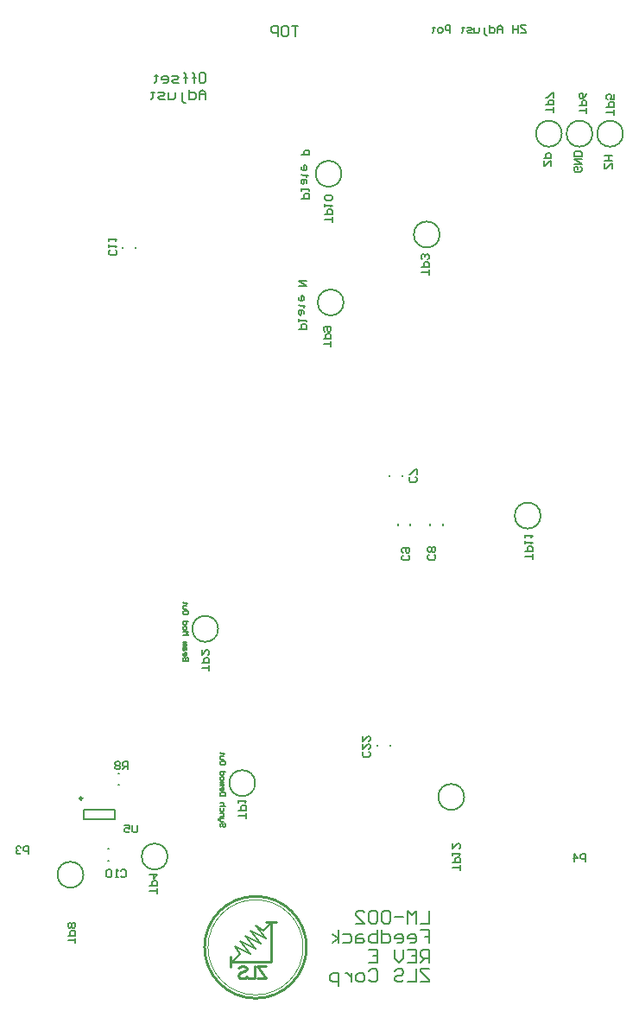
<source format=gbr>
G04 Layer_Color=32896*
%FSLAX26Y26*%
%MOIN*%
%TF.FileFunction,Legend,Bot*%
%TF.Part,Single*%
G01*
G75*
%TA.AperFunction,NonConductor*%
%ADD49C,0.007874*%
%ADD50C,0.010000*%
%ADD51C,0.003937*%
%ADD52C,0.009842*%
%ADD53C,0.005000*%
%ADD54C,0.005905*%
D49*
X353465Y-2142522D02*
G03*
X353465Y-2142522I-50000J0D01*
G01*
X648465Y-1057522D02*
G03*
X648465Y-1057522I-50000J0D01*
G01*
X-120000Y260998D02*
G03*
X-120000Y260998I-50000J0D01*
G01*
X-1116535Y-2442522D02*
G03*
X-1116535Y-2442522I-50000J0D01*
G01*
X730354Y415825D02*
G03*
X730354Y415825I-50000J0D01*
G01*
X848465D02*
G03*
X848465Y415825I-50000J0D01*
G01*
X966575D02*
G03*
X966575Y415825I-50000J0D01*
G01*
X-791535Y-2372522D02*
G03*
X-791535Y-2372522I-50000J0D01*
G01*
X259000Y26998D02*
G03*
X259000Y26998I-50000J0D01*
G01*
X-596307Y-1494207D02*
G03*
X-596307Y-1494207I-50000J0D01*
G01*
X-453307Y-2089207D02*
G03*
X-453307Y-2089207I-50000J0D01*
G01*
X-112000Y-235002D02*
G03*
X-112000Y-235002I-50000J0D01*
G01*
X-1021410Y-2389758D02*
X-1017472D01*
X-1021410Y-2340546D02*
X-1017472D01*
X-1114794Y-2229726D02*
Y-2190356D01*
X-996684Y-2229726D02*
Y-2190356D01*
X-1114794D02*
X-996684D01*
X-1114794Y-2229726D02*
X-996684D01*
X68300Y-1946174D02*
Y-1942238D01*
X19088Y-1946174D02*
Y-1942238D01*
X-964606Y-25970D02*
Y-22034D01*
X-915394Y-25970D02*
Y-22034D01*
X221976Y-1094128D02*
Y-1090192D01*
X271188Y-1094128D02*
Y-1090192D01*
X115322Y-905562D02*
Y-901624D01*
X66110Y-905562D02*
Y-901624D01*
X146188Y-1094128D02*
Y-1090192D01*
X96976Y-1094128D02*
Y-1090192D01*
X-981408Y-2053498D02*
X-977472D01*
X-981408Y-2096806D02*
X-977472D01*
X-286874Y831231D02*
X-313112D01*
X-299993D01*
Y791874D01*
X-345910Y831231D02*
X-332791D01*
X-326231Y824672D01*
Y798434D01*
X-332791Y791874D01*
X-345910D01*
X-352470Y798434D01*
Y824672D01*
X-345910Y831231D01*
X-365589Y791874D02*
Y831231D01*
X-385267D01*
X-391827Y824672D01*
Y811553D01*
X-385267Y804993D01*
X-365589D01*
X-663553Y652477D02*
X-650434D01*
X-643874Y645917D01*
Y619679D01*
X-650434Y613120D01*
X-663553D01*
X-670112Y619679D01*
Y645917D01*
X-663553Y652477D01*
X-689791Y613120D02*
Y645917D01*
Y632798D01*
X-683231D01*
X-696351D01*
X-689791D01*
Y645917D01*
X-696351Y652477D01*
X-722589Y613120D02*
Y645917D01*
Y632798D01*
X-716029D01*
X-729148D01*
X-722589D01*
Y645917D01*
X-729148Y652477D01*
X-748827Y613120D02*
X-768506D01*
X-775065Y619679D01*
X-768506Y626239D01*
X-755387D01*
X-748827Y632798D01*
X-755387Y639358D01*
X-775065D01*
X-807863Y613120D02*
X-794744D01*
X-788184Y619679D01*
Y632798D01*
X-794744Y639358D01*
X-807863D01*
X-814423Y632798D01*
Y626239D01*
X-788184D01*
X-834101Y645917D02*
Y639358D01*
X-827542D01*
X-840661D01*
X-834101D01*
Y619679D01*
X-840661Y613120D01*
X-643874Y546993D02*
Y573231D01*
X-656993Y586351D01*
X-670112Y573231D01*
Y546993D01*
Y566672D01*
X-643874D01*
X-709470Y586351D02*
Y546993D01*
X-689791D01*
X-683231Y553553D01*
Y566672D01*
X-689791Y573231D01*
X-709470D01*
X-722589Y533874D02*
X-729148D01*
X-735708Y540433D01*
Y573231D01*
X-761946D02*
Y553553D01*
X-768506Y546993D01*
X-788184D01*
Y573231D01*
X-801304Y546993D02*
X-820982D01*
X-827542Y553553D01*
X-820982Y560112D01*
X-807863D01*
X-801304Y566672D01*
X-807863Y573231D01*
X-827542D01*
X-847221Y579791D02*
Y573231D01*
X-840661D01*
X-853780D01*
X-847221D01*
Y553553D01*
X-853780Y546993D01*
X218661Y-2581672D02*
Y-2631656D01*
X185338D01*
X168677D02*
Y-2581672D01*
X152016Y-2598333D01*
X135355Y-2581672D01*
Y-2631656D01*
X118693Y-2606664D02*
X85371D01*
X68710Y-2590003D02*
X60379Y-2581672D01*
X43718D01*
X35387Y-2590003D01*
Y-2623325D01*
X43718Y-2631656D01*
X60379D01*
X68710Y-2623325D01*
Y-2590003D01*
X18726D02*
X10395Y-2581672D01*
X-6266D01*
X-14597Y-2590003D01*
Y-2623325D01*
X-6266Y-2631656D01*
X10395D01*
X18726Y-2623325D01*
Y-2590003D01*
X-64581Y-2631656D02*
X-31258D01*
X-64581Y-2598333D01*
Y-2590003D01*
X-56250Y-2581672D01*
X-39589D01*
X-31258Y-2590003D01*
X185338Y-2656672D02*
X218661D01*
Y-2681664D01*
X202000D01*
X218661D01*
Y-2706656D01*
X143685D02*
X160347D01*
X168677Y-2698325D01*
Y-2681664D01*
X160347Y-2673333D01*
X143685D01*
X135355Y-2681664D01*
Y-2689995D01*
X168677D01*
X93701Y-2706656D02*
X110363D01*
X118693Y-2698325D01*
Y-2681664D01*
X110363Y-2673333D01*
X93701D01*
X85371Y-2681664D01*
Y-2689995D01*
X118693D01*
X35387Y-2656672D02*
Y-2706656D01*
X60379D01*
X68710Y-2698325D01*
Y-2681664D01*
X60379Y-2673333D01*
X35387D01*
X18726Y-2656672D02*
Y-2706656D01*
X-6266D01*
X-14597Y-2698325D01*
Y-2689995D01*
Y-2681664D01*
X-6266Y-2673333D01*
X18726D01*
X-39589D02*
X-56250D01*
X-64581Y-2681664D01*
Y-2706656D01*
X-39589D01*
X-31258Y-2698325D01*
X-39589Y-2689995D01*
X-64581D01*
X-114564Y-2673333D02*
X-89572D01*
X-81242Y-2681664D01*
Y-2698325D01*
X-89572Y-2706656D01*
X-114564D01*
X-131226D02*
Y-2656672D01*
Y-2689995D02*
X-156218Y-2673333D01*
X-131226Y-2689995D02*
X-156218Y-2706656D01*
X218661Y-2781656D02*
Y-2731672D01*
X193669D01*
X185338Y-2740003D01*
Y-2756664D01*
X193669Y-2764995D01*
X218661D01*
X202000D02*
X185338Y-2781656D01*
X135355Y-2731672D02*
X168677D01*
Y-2781656D01*
X135355D01*
X168677Y-2756664D02*
X152016D01*
X118693Y-2731672D02*
Y-2764995D01*
X102032Y-2781656D01*
X85371Y-2764995D01*
Y-2731672D01*
X-14597D02*
X18726D01*
Y-2781656D01*
X-14597D01*
X18726Y-2756664D02*
X2064D01*
X218661Y-2806672D02*
X185338D01*
Y-2815003D01*
X218661Y-2848325D01*
Y-2856656D01*
X185338D01*
X168677Y-2806672D02*
Y-2856656D01*
X135355D01*
X85371Y-2815003D02*
X93701Y-2806672D01*
X110363D01*
X118693Y-2815003D01*
Y-2823333D01*
X110363Y-2831664D01*
X93701D01*
X85371Y-2839995D01*
Y-2848325D01*
X93701Y-2856656D01*
X110363D01*
X118693Y-2848325D01*
X-14597Y-2815003D02*
X-6266Y-2806672D01*
X10395D01*
X18726Y-2815003D01*
Y-2848325D01*
X10395Y-2856656D01*
X-6266D01*
X-14597Y-2848325D01*
X-39589Y-2856656D02*
X-56250D01*
X-64581Y-2848325D01*
Y-2831664D01*
X-56250Y-2823333D01*
X-39589D01*
X-31258Y-2831664D01*
Y-2848325D01*
X-39589Y-2856656D01*
X-81242Y-2823333D02*
Y-2856656D01*
Y-2839995D01*
X-89572Y-2831664D01*
X-97903Y-2823333D01*
X-106234D01*
X-131226Y-2873317D02*
Y-2823333D01*
X-156218D01*
X-164548Y-2831664D01*
Y-2848325D01*
X-156218Y-2856656D01*
X-131226D01*
D50*
X-255143Y-2722616D02*
G03*
X-255143Y-2722616I-196850J0D01*
G01*
X-411993Y-2624616D02*
X-371993D01*
X-541993Y-2779616D02*
X-391993D01*
Y-2629616D01*
X-546993Y-2799616D02*
Y-2759616D01*
X-443482Y-2795382D02*
X-411993Y-2842616D01*
Y-2795382D02*
X-443482D01*
X-411993Y-2842616D02*
X-443482D01*
X-454054Y-2795382D02*
Y-2842616D01*
X-481045D01*
X-517707Y-2802130D02*
X-513209Y-2797631D01*
X-506461Y-2795382D01*
X-497464D01*
X-490716Y-2797631D01*
X-486218Y-2802130D01*
Y-2806628D01*
X-488467Y-2811127D01*
X-490716Y-2813376D01*
X-495215Y-2815625D01*
X-508710Y-2820124D01*
X-513209Y-2822373D01*
X-515458Y-2824622D01*
X-517707Y-2829121D01*
Y-2835868D01*
X-513209Y-2840367D01*
X-506461Y-2842616D01*
X-497464D01*
X-490716Y-2840367D01*
X-486218Y-2835868D01*
D51*
X-268417Y-2722616D02*
G03*
X-268417Y-2722616I-183576J0D01*
G01*
D52*
X-1120700Y-2148033D02*
G03*
X-1120700Y-2148033I-4921J0D01*
G01*
D53*
X-491993Y-2679616D02*
X-431993Y-2709616D01*
X-471993Y-2659616D02*
X-431993Y-2709616D01*
X-451993Y-2639616D02*
X-411993Y-2689616D01*
X-471993Y-2659616D02*
X-411993Y-2689616D01*
X-541993Y-2779616D02*
X-511993Y-2749616D01*
X-451993Y-2639616D02*
X-421993Y-2659616D01*
X-531993Y-2719616D02*
X-471993Y-2749616D01*
X-531993Y-2719616D02*
X-511993Y-2749616D01*
X-491993Y-2679616D02*
X-451993Y-2729616D01*
X-511993Y-2699616D02*
X-471993Y-2749616D01*
X-511993Y-2699616D02*
X-451993Y-2729616D01*
X-421993Y-2659616D02*
X-391993Y-2629616D01*
X-570339Y-2246671D02*
X-567006Y-2250003D01*
Y-2256668D01*
X-570339Y-2260000D01*
X-573671D01*
X-577003Y-2256668D01*
Y-2250003D01*
X-580336Y-2246671D01*
X-583668D01*
X-587000Y-2250003D01*
Y-2256668D01*
X-583668Y-2260000D01*
X-573671Y-2240006D02*
X-583668D01*
X-587000Y-2236674D01*
Y-2226677D01*
X-590332D01*
X-593664Y-2230010D01*
Y-2233342D01*
X-587000Y-2226677D02*
X-573671D01*
X-587000Y-2220013D02*
X-573671D01*
Y-2210016D01*
X-577003Y-2206684D01*
X-587000D01*
X-573671Y-2186691D02*
Y-2196687D01*
X-577003Y-2200019D01*
X-583668D01*
X-587000Y-2196687D01*
Y-2186691D01*
X-567006Y-2180026D02*
X-587000D01*
X-577003D01*
X-573671Y-2176694D01*
Y-2170029D01*
X-577003Y-2166697D01*
X-587000D01*
X-567006Y-2140039D02*
X-587000D01*
Y-2130042D01*
X-583668Y-2126710D01*
X-570339D01*
X-567006Y-2130042D01*
Y-2140039D01*
X-587000Y-2110049D02*
Y-2116713D01*
X-583668Y-2120046D01*
X-577003D01*
X-573671Y-2116713D01*
Y-2110049D01*
X-577003Y-2106716D01*
X-580336D01*
Y-2120046D01*
X-587000Y-2100052D02*
X-573671D01*
Y-2096720D01*
X-577003Y-2093387D01*
X-587000D01*
X-577003D01*
X-573671Y-2090055D01*
X-577003Y-2086723D01*
X-587000D01*
Y-2076726D02*
Y-2070062D01*
X-583668Y-2066729D01*
X-577003D01*
X-573671Y-2070062D01*
Y-2076726D01*
X-577003Y-2080059D01*
X-583668D01*
X-587000Y-2076726D01*
X-567006Y-2046736D02*
X-587000D01*
Y-2056733D01*
X-583668Y-2060065D01*
X-577003D01*
X-573671Y-2056733D01*
Y-2046736D01*
X-567006Y-2010081D02*
Y-2016746D01*
X-570339Y-2020078D01*
X-583668D01*
X-587000Y-2016746D01*
Y-2010081D01*
X-583668Y-2006749D01*
X-570339D01*
X-567006Y-2010081D01*
X-573671Y-2000084D02*
X-583668D01*
X-587000Y-1996752D01*
Y-1986755D01*
X-573671D01*
X-570339Y-1976759D02*
X-573671D01*
Y-1980091D01*
Y-1973427D01*
Y-1976759D01*
X-583668D01*
X-587000Y-1973427D01*
X-713006Y-1620000D02*
X-733000D01*
Y-1610003D01*
X-729668Y-1606671D01*
X-726336D01*
X-723003Y-1610003D01*
Y-1620000D01*
Y-1610003D01*
X-719671Y-1606671D01*
X-716339D01*
X-713006Y-1610003D01*
Y-1620000D01*
X-733000Y-1590010D02*
Y-1596674D01*
X-729668Y-1600006D01*
X-723003D01*
X-719671Y-1596674D01*
Y-1590010D01*
X-723003Y-1586678D01*
X-726336D01*
Y-1600006D01*
X-719671Y-1576681D02*
Y-1570016D01*
X-723003Y-1566684D01*
X-733000D01*
Y-1576681D01*
X-729668Y-1580013D01*
X-726336Y-1576681D01*
Y-1566684D01*
X-733000Y-1560020D02*
X-719671D01*
Y-1556687D01*
X-723003Y-1553355D01*
X-733000D01*
X-723003D01*
X-719671Y-1550023D01*
X-723003Y-1546690D01*
X-733000D01*
Y-1520033D02*
X-713006D01*
X-719671Y-1513368D01*
X-713006Y-1506704D01*
X-733000D01*
Y-1496707D02*
Y-1490042D01*
X-729668Y-1486710D01*
X-723003D01*
X-719671Y-1490042D01*
Y-1496707D01*
X-723003Y-1500039D01*
X-729668D01*
X-733000Y-1496707D01*
X-713006Y-1466716D02*
X-733000D01*
Y-1476713D01*
X-729668Y-1480045D01*
X-723003D01*
X-719671Y-1476713D01*
Y-1466716D01*
X-713006Y-1430062D02*
Y-1436726D01*
X-716339Y-1440059D01*
X-729668D01*
X-733000Y-1436726D01*
Y-1430062D01*
X-729668Y-1426729D01*
X-716339D01*
X-713006Y-1430062D01*
X-719671Y-1420065D02*
X-729668D01*
X-733000Y-1416733D01*
Y-1406736D01*
X-719671D01*
X-716339Y-1396739D02*
X-719671D01*
Y-1400072D01*
Y-1393407D01*
Y-1396739D01*
X-729668D01*
X-733000Y-1393407D01*
D54*
X338518Y-2426000D02*
Y-2406321D01*
Y-2416161D01*
X309000D01*
Y-2396482D02*
X338518D01*
Y-2381723D01*
X333598Y-2376803D01*
X323759D01*
X318839Y-2381723D01*
Y-2396482D01*
X309000Y-2366964D02*
Y-2357124D01*
Y-2362044D01*
X338518D01*
X333598Y-2366964D01*
X309000Y-2322687D02*
Y-2342365D01*
X328679Y-2322687D01*
X333598D01*
X338518Y-2327606D01*
Y-2337446D01*
X333598Y-2342365D01*
X166181Y-907481D02*
X171101Y-912400D01*
Y-922240D01*
X166181Y-927159D01*
X146502D01*
X141583Y-922240D01*
Y-912400D01*
X146502Y-907481D01*
X171101Y-897641D02*
Y-877962D01*
X166181D01*
X146502Y-897641D01*
X141583D01*
X237598Y-1207321D02*
X242518Y-1212241D01*
Y-1222080D01*
X237598Y-1227000D01*
X217920D01*
X213000Y-1222080D01*
Y-1212241D01*
X217920Y-1207321D01*
X237598Y-1197482D02*
X242518Y-1192562D01*
Y-1182723D01*
X237598Y-1177803D01*
X232679D01*
X227759Y-1182723D01*
X222839Y-1177803D01*
X217920D01*
X213000Y-1182723D01*
Y-1192562D01*
X217920Y-1197482D01*
X222839D01*
X227759Y-1192562D01*
X232679Y-1197482D01*
X237598D01*
X227759Y-1192562D02*
Y-1182723D01*
X136598Y-1210321D02*
X141518Y-1215241D01*
Y-1225080D01*
X136598Y-1230000D01*
X116920D01*
X112000Y-1225080D01*
Y-1215241D01*
X116920Y-1210321D01*
Y-1200482D02*
X112000Y-1195562D01*
Y-1185723D01*
X116920Y-1180803D01*
X136598D01*
X141518Y-1185723D01*
Y-1195562D01*
X136598Y-1200482D01*
X131679D01*
X126759Y-1195562D01*
Y-1180803D01*
X-992401Y-32323D02*
X-987482Y-37243D01*
Y-47082D01*
X-992401Y-52002D01*
X-1012080D01*
X-1017000Y-47082D01*
Y-37243D01*
X-1012080Y-32323D01*
X-1017000Y-22484D02*
Y-12644D01*
Y-17564D01*
X-987482D01*
X-992401Y-22484D01*
X-1017000Y2115D02*
Y11954D01*
Y7034D01*
X-987482D01*
X-992401Y2115D01*
X-13819Y-1967638D02*
X-8899Y-1972558D01*
Y-1982397D01*
X-13819Y-1987317D01*
X-33497D01*
X-38417Y-1982397D01*
Y-1972558D01*
X-33497Y-1967638D01*
X-38417Y-1938120D02*
Y-1957799D01*
X-18738Y-1938120D01*
X-13819D01*
X-8899Y-1943040D01*
Y-1952879D01*
X-13819Y-1957799D01*
X-38417Y-1908602D02*
Y-1928281D01*
X-18738Y-1908602D01*
X-13819D01*
X-8899Y-1913522D01*
Y-1923361D01*
X-13819Y-1928281D01*
X-1327520Y-2362522D02*
Y-2333004D01*
X-1342279D01*
X-1347199Y-2337924D01*
Y-2347763D01*
X-1342279Y-2352683D01*
X-1327520D01*
X-1357038Y-2337924D02*
X-1361958Y-2333004D01*
X-1371797D01*
X-1376717Y-2337924D01*
Y-2342843D01*
X-1371797Y-2347763D01*
X-1366878D01*
X-1371797D01*
X-1376717Y-2352683D01*
Y-2357602D01*
X-1371797Y-2362522D01*
X-1361958D01*
X-1357038Y-2357602D01*
X-487482Y-2224000D02*
Y-2204321D01*
Y-2214161D01*
X-517000D01*
Y-2194482D02*
X-487482D01*
Y-2179723D01*
X-492402Y-2174803D01*
X-502241D01*
X-507161Y-2179723D01*
Y-2194482D01*
X-517000Y-2164964D02*
Y-2155124D01*
Y-2160044D01*
X-487482D01*
X-492402Y-2164964D01*
X-630482Y-1655000D02*
Y-1635321D01*
Y-1645161D01*
X-660000D01*
Y-1625482D02*
X-630482D01*
Y-1610723D01*
X-635402Y-1605803D01*
X-645241D01*
X-650161Y-1610723D01*
Y-1625482D01*
X-660000Y-1576285D02*
Y-1595964D01*
X-640321Y-1576285D01*
X-635402D01*
X-630482Y-1581205D01*
Y-1591044D01*
X-635402Y-1595964D01*
X217518Y-128000D02*
Y-108321D01*
Y-118161D01*
X188000D01*
Y-98482D02*
X217518D01*
Y-83723D01*
X212598Y-78803D01*
X202759D01*
X197839Y-83723D01*
Y-98482D01*
X212598Y-68964D02*
X217518Y-64044D01*
Y-54205D01*
X212598Y-49285D01*
X207679D01*
X202759Y-54205D01*
Y-59124D01*
Y-54205D01*
X197839Y-49285D01*
X192920D01*
X188000Y-54205D01*
Y-64044D01*
X192920Y-68964D01*
X-1147128Y-2706632D02*
Y-2686953D01*
Y-2696793D01*
X-1176646D01*
Y-2677114D02*
X-1147128D01*
Y-2662355D01*
X-1152047Y-2657435D01*
X-1161887D01*
X-1166806Y-2662355D01*
Y-2677114D01*
X-1152047Y-2647596D02*
X-1147128Y-2642676D01*
Y-2632837D01*
X-1152047Y-2627917D01*
X-1156967D01*
X-1161887Y-2632837D01*
X-1166806Y-2627917D01*
X-1171726D01*
X-1176646Y-2632837D01*
Y-2642676D01*
X-1171726Y-2647596D01*
X-1166806D01*
X-1161887Y-2642676D01*
X-1156967Y-2647596D01*
X-1152047D01*
X-1161887Y-2642676D02*
Y-2632837D01*
X932518Y489000D02*
Y508679D01*
Y498839D01*
X903000D01*
Y518518D02*
X932518D01*
Y533277D01*
X927598Y538197D01*
X917759D01*
X912839Y533277D01*
Y518518D01*
X932518Y567715D02*
Y548036D01*
X917759D01*
X922679Y557876D01*
Y562795D01*
X917759Y567715D01*
X907920D01*
X903000Y562795D01*
Y552956D01*
X907920Y548036D01*
X826518Y494000D02*
Y513679D01*
Y503839D01*
X797000D01*
Y523518D02*
X826518D01*
Y538277D01*
X821598Y543197D01*
X811759D01*
X806839Y538277D01*
Y523518D01*
X826518Y572715D02*
X821598Y562876D01*
X811759Y553036D01*
X801920D01*
X797000Y557956D01*
Y567795D01*
X801920Y572715D01*
X806839D01*
X811759Y567795D01*
Y553036D01*
X698518Y497000D02*
Y516679D01*
Y506839D01*
X669000D01*
Y526518D02*
X698518D01*
Y541277D01*
X693598Y546197D01*
X683759D01*
X678839Y541277D01*
Y526518D01*
X698518Y556036D02*
Y575715D01*
X693598D01*
X673920Y556036D01*
X669000D01*
X-160482Y-406000D02*
Y-386321D01*
Y-396161D01*
X-190000D01*
Y-376482D02*
X-160482D01*
Y-361723D01*
X-165402Y-356803D01*
X-175241D01*
X-180161Y-361723D01*
Y-376482D01*
X-185080Y-346964D02*
X-190000Y-342044D01*
Y-332205D01*
X-185080Y-327285D01*
X-165402D01*
X-160482Y-332205D01*
Y-342044D01*
X-165402Y-346964D01*
X-170321D01*
X-175241Y-342044D01*
Y-327285D01*
X-155482Y75000D02*
Y94679D01*
Y84839D01*
X-185000D01*
Y104518D02*
X-155482D01*
Y119277D01*
X-160402Y124197D01*
X-170241D01*
X-175161Y119277D01*
Y104518D01*
X-185000Y134036D02*
Y143876D01*
Y138956D01*
X-155482D01*
X-160402Y134036D01*
Y158635D02*
X-155482Y163554D01*
Y173394D01*
X-160402Y178313D01*
X-180080D01*
X-185000Y173394D01*
Y163554D01*
X-180080Y158635D01*
X-160402D01*
X617518Y-1225000D02*
Y-1205321D01*
Y-1215161D01*
X588000D01*
Y-1195482D02*
X617518D01*
Y-1180723D01*
X612598Y-1175803D01*
X602759D01*
X597839Y-1180723D01*
Y-1195482D01*
X588000Y-1165964D02*
Y-1156124D01*
Y-1161044D01*
X617518D01*
X612598Y-1165964D01*
X588000Y-1141365D02*
Y-1131526D01*
Y-1136446D01*
X617518D01*
X612598Y-1141365D01*
X-972679Y-2427402D02*
X-967759Y-2422482D01*
X-957920D01*
X-953000Y-2427402D01*
Y-2447080D01*
X-957920Y-2452000D01*
X-967759D01*
X-972679Y-2447080D01*
X-982518Y-2452000D02*
X-992357D01*
X-987438D01*
Y-2422482D01*
X-982518Y-2427402D01*
X-1007116D02*
X-1012036Y-2422482D01*
X-1021875D01*
X-1026795Y-2427402D01*
Y-2447080D01*
X-1021875Y-2452000D01*
X-1012036D01*
X-1007116Y-2447080D01*
Y-2427402D01*
X-944441Y-2035151D02*
Y-2005633D01*
X-959200D01*
X-964119Y-2010553D01*
Y-2020392D01*
X-959200Y-2025312D01*
X-944441D01*
X-954280D02*
X-964119Y-2035151D01*
X-973959Y-2010553D02*
X-978879Y-2005633D01*
X-988718D01*
X-993638Y-2010553D01*
Y-2015473D01*
X-988718Y-2020392D01*
X-993638Y-2025312D01*
Y-2030232D01*
X-988718Y-2035151D01*
X-978879D01*
X-973959Y-2030232D01*
Y-2025312D01*
X-978879Y-2020392D01*
X-973959Y-2015473D01*
Y-2010553D01*
X-978879Y-2020392D02*
X-988718D01*
X-831482Y-2516000D02*
Y-2496321D01*
Y-2506161D01*
X-861000D01*
Y-2486482D02*
X-831482D01*
Y-2471723D01*
X-836402Y-2466803D01*
X-846241D01*
X-851161Y-2471723D01*
Y-2486482D01*
X-861000Y-2442205D02*
X-831482D01*
X-846241Y-2456964D01*
Y-2437285D01*
X-908000Y-2250482D02*
Y-2275080D01*
X-912920Y-2280000D01*
X-922759D01*
X-927679Y-2275080D01*
Y-2250482D01*
X-957197D02*
X-937518D01*
Y-2265241D01*
X-947357Y-2260321D01*
X-952277D01*
X-957197Y-2265241D01*
Y-2275080D01*
X-952277Y-2280000D01*
X-942438D01*
X-937518Y-2275080D01*
X822480Y-2392522D02*
Y-2363004D01*
X807721D01*
X802801Y-2367924D01*
Y-2377763D01*
X807721Y-2382683D01*
X822480D01*
X778203Y-2392522D02*
Y-2363004D01*
X792962Y-2377763D01*
X773283D01*
X-274000Y166000D02*
X-244482D01*
Y180759D01*
X-249402Y185679D01*
X-259241D01*
X-264161Y180759D01*
Y166000D01*
X-274000Y195518D02*
Y205357D01*
Y200438D01*
X-244482D01*
Y195518D01*
X-254321Y225036D02*
Y234875D01*
X-259241Y239795D01*
X-274000D01*
Y225036D01*
X-269080Y220117D01*
X-264161Y225036D01*
Y239795D01*
X-249402Y254554D02*
X-254321D01*
Y249635D01*
Y259474D01*
Y254554D01*
X-269080D01*
X-274000Y259474D01*
Y288992D02*
Y279153D01*
X-269080Y274233D01*
X-259241D01*
X-254321Y279153D01*
Y288992D01*
X-259241Y293912D01*
X-264161D01*
Y274233D01*
X-274000Y333269D02*
X-244482D01*
Y348028D01*
X-249402Y352948D01*
X-259241D01*
X-264161Y348028D01*
Y333269D01*
X-285000Y-338000D02*
X-255482D01*
Y-323241D01*
X-260402Y-318321D01*
X-270241D01*
X-275161Y-323241D01*
Y-338000D01*
X-285000Y-308482D02*
Y-298642D01*
Y-303562D01*
X-255482D01*
Y-308482D01*
X-265321Y-278964D02*
Y-269125D01*
X-270241Y-264205D01*
X-285000D01*
Y-278964D01*
X-280080Y-283884D01*
X-275161Y-278964D01*
Y-264205D01*
X-260402Y-249446D02*
X-265321D01*
Y-254365D01*
Y-244526D01*
Y-249446D01*
X-280080D01*
X-285000Y-244526D01*
Y-215008D02*
Y-224847D01*
X-280080Y-229767D01*
X-270241D01*
X-265321Y-224847D01*
Y-215008D01*
X-270241Y-210088D01*
X-275161D01*
Y-229767D01*
X-285000Y-170731D02*
X-255482D01*
X-285000Y-151052D01*
X-255482D01*
X925518Y283000D02*
Y302679D01*
X920598D01*
X900920Y283000D01*
X896000D01*
Y302679D01*
X925518Y312518D02*
X896000D01*
X910759D01*
Y332197D01*
X925518D01*
X896000D01*
X802598Y288679D02*
X807518Y283759D01*
Y273920D01*
X802598Y269000D01*
X782920D01*
X778000Y273920D01*
Y283759D01*
X782920Y288679D01*
X792759D01*
Y278839D01*
X778000Y298518D02*
X807518D01*
X778000Y318197D01*
X807518D01*
Y328036D02*
X778000D01*
Y342795D01*
X782920Y347715D01*
X802598D01*
X807518Y342795D01*
Y328036D01*
X689518Y292000D02*
Y311679D01*
X684598D01*
X664920Y292000D01*
X660000D01*
Y311679D01*
Y321518D02*
X689518D01*
Y336277D01*
X684598Y341197D01*
X674759D01*
X669839Y336277D01*
Y321518D01*
X589890Y834406D02*
X570211D01*
Y829486D01*
X589890Y809808D01*
Y804888D01*
X570211D01*
X560372Y834406D02*
Y804888D01*
Y819647D01*
X540693D01*
Y834406D01*
Y804888D01*
X501336D02*
Y824567D01*
X491496Y834406D01*
X481657Y824567D01*
Y804888D01*
Y819647D01*
X501336D01*
X452139Y834406D02*
Y804888D01*
X466898D01*
X471818Y809808D01*
Y819647D01*
X466898Y824567D01*
X452139D01*
X442300Y795049D02*
X437380D01*
X432460Y799968D01*
Y824567D01*
X412781D02*
Y809808D01*
X407862Y804888D01*
X393103D01*
Y824567D01*
X383263Y804888D02*
X368504D01*
X363585Y809808D01*
X368504Y814727D01*
X378344D01*
X383263Y819647D01*
X378344Y824567D01*
X363585D01*
X348825Y829486D02*
Y824567D01*
X353745D01*
X343906D01*
X348825D01*
Y809808D01*
X343906Y804888D01*
X299629D02*
Y834406D01*
X284870D01*
X279950Y829486D01*
Y819647D01*
X284870Y814727D01*
X299629D01*
X265191Y804888D02*
X255352D01*
X250432Y809808D01*
Y819647D01*
X255352Y824567D01*
X265191D01*
X270111Y819647D01*
Y809808D01*
X265191Y804888D01*
X235673Y829486D02*
Y824567D01*
X240593D01*
X230753D01*
X235673D01*
Y809808D01*
X230753Y804888D01*
%TF.MD5,7dd6d6969b64f61db90eeff22cdc7ff1*%
M02*

</source>
